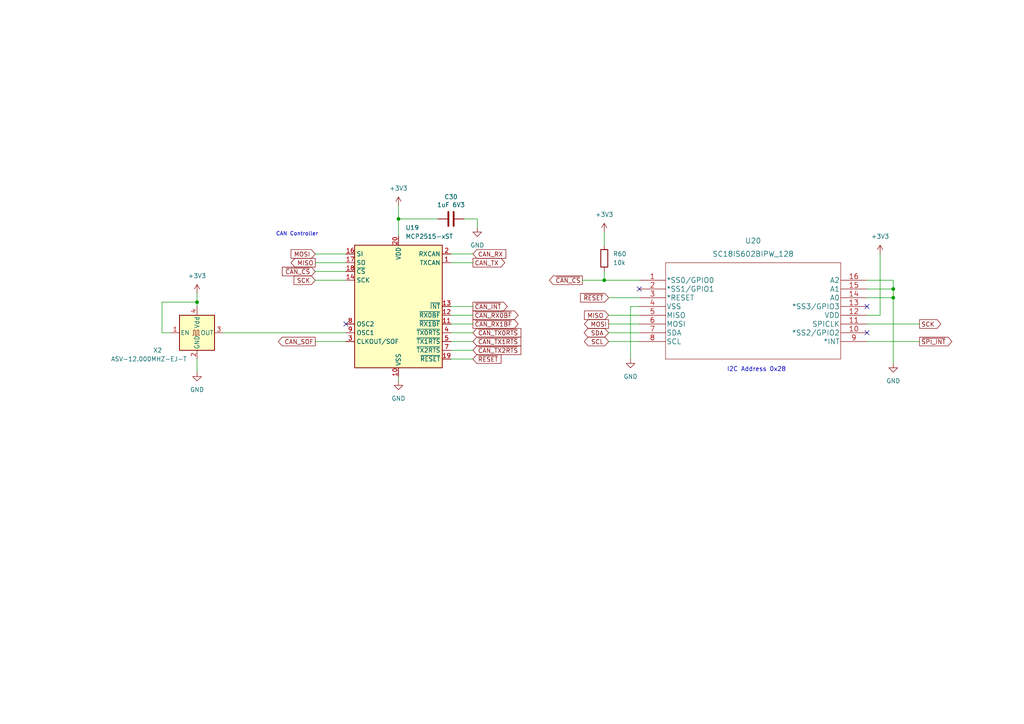
<source format=kicad_sch>
(kicad_sch (version 20211123) (generator eeschema)
  (paper "A4")
  (title_block (title "QWIIC OBDII Interface") (date "2023-01-03") (rev "1") (company "Gavin Hurlbut"))
  (lib_symbols
    (symbol "Device:C" (pin_numbers hide) (pin_names (offset 0.254))
      (property "Reference" "C" (at 0.635 2.54 0))
      (property "Value" "C" (at 0.635 -2.54 0))
      (symbol "C_0_1"
        (polyline (pts (xy -2.032 -0.762) (xy 2.032 -0.762)) (stroke (width 0.508)))
        (polyline (pts (xy -2.032 0.762) (xy 2.032 0.762)) (stroke (width 0.508)))
      )
      (symbol "C_1_1"
        (pin passive line (at 0 3.81 270) (length 2.794) (name "~") (number "1"))
        (pin passive line (at 0 -3.81 90) (length 2.794) (name "~") (number "2"))
      )
    )
    (symbol "Device:R" (pin_numbers hide) (pin_names (offset 0))
      (property "Reference" "R" (at 2.032 0 90))
      (property "Value" "R" (at 0 0 90))
      (symbol "R_0_1"
        (rectangle (start -1.016 -2.54) (end 1.016 2.54) (stroke (width 0.254)))
      )
      (symbol "R_1_1"
        (pin passive line (at 0 3.81 270) (length 1.27) (name "~") (number "1"))
        (pin passive line (at 0 -3.81 90) (length 1.27) (name "~") (number "2"))
      )
    )
    (symbol "Interface_CAN_LIN:MCP2515-xST"
      (property "Reference" "U" (at -10.16 19.685 0))
      (property "Value" "MCP2515-xST" (at 19.05 20.32 0))
      (symbol "MCP2515-xST_0_1"
        (rectangle (start -12.7 17.78) (end 12.7 -17.78) (stroke (width 0.254)) (fill (type background)))
      )
      (symbol "MCP2515-xST_1_1"
        (pin output line (at 15.24 12.7 180) (length 2.54) (name "TXCAN") (number "1"))
        (pin power_in line (at 0 -20.32 90) (length 2.54) (name "VSS") (number "10"))
        (pin output line (at 15.24 -5.08 180) (length 2.54) (name "~{RX1BF}") (number "11"))
        (pin output line (at 15.24 -2.54 180) (length 2.54) (name "~{RX0BF}") (number "12"))
        (pin output line (at 15.24 0 180) (length 2.54) (name "~{INT}") (number "13"))
        (pin input line (at -15.24 7.62 0) (length 2.54) (name "SCK") (number "14"))
        (pin no_connect line (at -12.7 -2.54 0) (length 2.54) hide (name "NC") (number "15"))
        (pin input line (at -15.24 15.24 0) (length 2.54) (name "SI") (number "16"))
        (pin output line (at -15.24 12.7 0) (length 2.54) (name "SO") (number "17"))
        (pin input line (at -15.24 10.16 0) (length 2.54) (name "~{CS}") (number "18"))
        (pin input line (at 15.24 -15.24 180) (length 2.54) (name "~{RESET}") (number "19"))
        (pin input line (at 15.24 15.24 180) (length 2.54) (name "RXCAN") (number "2"))
        (pin power_in line (at 0 20.32 270) (length 2.54) (name "VDD") (number "20"))
        (pin output line (at -15.24 -10.16 0) (length 2.54) (name "CLKOUT/SOF") (number "3"))
        (pin input line (at 15.24 -7.62 180) (length 2.54) (name "~{TX0RTS}") (number "4"))
        (pin input line (at 15.24 -10.16 180) (length 2.54) (name "~{TX1RTS}") (number "5"))
        (pin no_connect line (at -12.7 0 0) (length 2.54) hide (name "NC") (number "6"))
        (pin input line (at 15.24 -12.7 180) (length 2.54) (name "~{TX2RTS}") (number "7"))
        (pin output line (at -15.24 -5.08 0) (length 2.54) (name "OSC2") (number "8"))
        (pin input line (at -15.24 -7.62 0) (length 2.54) (name "OSC1") (number "9"))
      )
    )
    (symbol "Oscillator:ASV-xxxMHz" (pin_names (offset 0.254))
      (property "Reference" "X" (at -5.08 6.35 0))
      (property "Value" "ASV-xxxMHz" (at 1.27 -6.35 0))
      (symbol "ASV-xxxMHz_0_1"
        (rectangle (start -5.08 5.08) (end 5.08 -5.08) (stroke (width 0.254)) (fill (type background)))
        (polyline (pts (xy -1.27 -0.762) (xy -1.016 -0.762) (xy -1.016 0.762) (xy -0.508 0.762) (xy -0.508 -0.762) (xy 0 -0.762) (xy 0 0.762) (xy 0.508 0.762) (xy 0.508 -0.762) (xy 0.762 -0.762)))
      )
      (symbol "ASV-xxxMHz_1_1"
        (pin input line (at -7.62 0 0) (length 2.54) (name "EN") (number "1"))
        (pin power_in line (at 0 -7.62 90) (length 2.54) (name "GND") (number "2"))
        (pin output line (at 7.62 0 180) (length 2.54) (name "OUT") (number "3"))
        (pin power_in line (at 0 7.62 270) (length 2.54) (name "Vdd") (number "4"))
      )
    )
    (symbol "UltraLibrarian:SC18IS602BIPW_128" (pin_names (offset 0.254))
      (property "Reference" "U" (at 33.02 10.16 0))
      (property "Value" "SC18IS602BIPW_128" (at 33.02 7.62 0))
      (symbol "SC18IS602BIPW_128_1_1"
        (polyline (pts (xy 7.62 -22.86) (xy 58.42 -22.86)) (stroke (width 0.127)))
        (polyline (pts (xy 7.62 5.08) (xy 7.62 -22.86)) (stroke (width 0.127)))
        (polyline (pts (xy 58.42 -22.86) (xy 58.42 5.08)) (stroke (width 0.127)))
        (polyline (pts (xy 58.42 5.08) (xy 7.62 5.08)) (stroke (width 0.127)))
        (pin bidirectional line (at 0 0 0) (length 7.62) (name "*SS0/GPIO0") (number "1"))
        (pin bidirectional line (at 66.04 -15.24 180) (length 7.62) (name "*SS2/GPIO2") (number "10"))
        (pin output line (at 66.04 -12.7 180) (length 7.62) (name "SPICLK") (number "11"))
        (pin power_in line (at 66.04 -10.16 180) (length 7.62) (name "VDD") (number "12"))
        (pin bidirectional line (at 66.04 -7.62 180) (length 7.62) (name "*SS3/GPIO3") (number "13"))
        (pin input line (at 66.04 -5.08 180) (length 7.62) (name "A0") (number "14"))
        (pin input line (at 66.04 -2.54 180) (length 7.62) (name "A1") (number "15"))
        (pin input line (at 66.04 0 180) (length 7.62) (name "A2") (number "16"))
        (pin bidirectional line (at 0 -2.54 0) (length 7.62) (name "*SS1/GPIO1") (number "2"))
        (pin input line (at 0 -5.08 0) (length 7.62) (name "*RESET") (number "3"))
        (pin power_in line (at 0 -7.62 0) (length 7.62) (name "VSS") (number "4"))
        (pin input line (at 0 -10.16 0) (length 7.62) (name "MISO") (number "5"))
        (pin output line (at 0 -12.7 0) (length 7.62) (name "MOSI") (number "6"))
        (pin bidirectional line (at 0 -15.24 0) (length 7.62) (name "SDA") (number "7"))
        (pin input line (at 0 -17.78 0) (length 7.62) (name "SCL") (number "8"))
        (pin output line (at 66.04 -17.78 180) (length 7.62) (name "*INT") (number "9"))
      )
    )
    (symbol "power:+3V3" (power) (pin_names (offset 0))
      (property "Value" "+3V3" (at 0 3.556 0))
      (symbol "+3V3_0_1"
        (polyline (pts (xy -0.762 1.27) (xy 0 2.54)))
        (polyline (pts (xy 0 0) (xy 0 2.54)))
        (polyline (pts (xy 0 2.54) (xy 0.762 1.27)))
      )
      (symbol "+3V3_1_1"
        (pin power_in line (at 0 0 90) (length 0) hide (name "+3V3") (number "1"))
      )
    )
    (symbol "power:GND" (power) (pin_names (offset 0))
      (property "Value" "GND" (at 0 -3.81 0))
      (symbol "GND_0_1"
        (polyline (pts (xy 0 0) (xy 0 -1.27) (xy 1.27 -1.27) (xy 0 -2.54) (xy -1.27 -1.27) (xy 0 -1.27)))
      )
      (symbol "GND_1_1"
        (pin power_in line (at 0 0 270) (length 0) hide (name "GND") (number "1"))
      )
    )
  )
  (junction (at 115.57 63.5))
  (junction (at 259.08 83.82))
  (junction (at 259.08 86.36))
  (junction (at 57.15 87.63))
  (junction (at 175.26 81.28))
  (no_connect (at 251.46 96.52))
  (no_connect (at 100.33 93.98))
  (no_connect (at 185.42 83.82))
  (no_connect (at 251.46 88.9))
  (wire (pts (xy 175.26 81.28) (xy 185.42 81.28)))
  (wire (pts (xy 259.08 81.28) (xy 251.46 81.28)))
  (wire (pts (xy 255.27 73.66) (xy 255.27 91.44)))
  (wire (pts (xy 259.08 105.41) (xy 259.08 86.36)))
  (wire (pts (xy 130.81 93.98) (xy 137.16 93.98)))
  (wire (pts (xy 46.99 87.63) (xy 57.15 87.63)))
  (wire (pts (xy 57.15 87.63) (xy 57.15 85.09)))
  (wire (pts (xy 251.46 93.98) (xy 266.7 93.98)))
  (wire (pts (xy 127 63.5) (xy 115.57 63.5)))
  (wire (pts (xy 130.81 101.6) (xy 137.16 101.6)))
  (wire (pts (xy 175.26 67.31) (xy 175.26 71.12)))
  (wire (pts (xy 176.53 93.98) (xy 185.42 93.98)))
  (wire (pts (xy 91.44 81.28) (xy 100.33 81.28)))
  (wire (pts (xy 130.81 73.66) (xy 137.16 73.66)))
  (wire (pts (xy 176.53 99.06) (xy 185.42 99.06)))
  (wire (pts (xy 115.57 109.22) (xy 115.57 110.49)))
  (wire (pts (xy 251.46 83.82) (xy 259.08 83.82)))
  (wire (pts (xy 91.44 99.06) (xy 100.33 99.06)))
  (wire (pts (xy 259.08 86.36) (xy 259.08 83.82)))
  (wire (pts (xy 57.15 87.63) (xy 57.15 88.9)))
  (wire (pts (xy 130.81 76.2) (xy 137.16 76.2)))
  (wire (pts (xy 49.53 96.52) (xy 46.99 96.52)))
  (wire (pts (xy 46.99 96.52) (xy 46.99 87.63)))
  (wire (pts (xy 130.81 88.9) (xy 137.16 88.9)))
  (wire (pts (xy 130.81 91.44) (xy 137.16 91.44)))
  (wire (pts (xy 251.46 86.36) (xy 259.08 86.36)))
  (wire (pts (xy 255.27 91.44) (xy 251.46 91.44)))
  (wire (pts (xy 182.88 104.14) (xy 182.88 88.9)))
  (wire (pts (xy 176.53 96.52) (xy 185.42 96.52)))
  (wire (pts (xy 259.08 83.82) (xy 259.08 81.28)))
  (wire (pts (xy 168.91 81.28) (xy 175.26 81.28)))
  (wire (pts (xy 138.43 66.04) (xy 138.43 63.5)))
  (wire (pts (xy 57.15 104.14) (xy 57.15 107.95)))
  (wire (pts (xy 130.81 104.14) (xy 137.16 104.14)))
  (wire (pts (xy 176.53 91.44) (xy 185.42 91.44)))
  (wire (pts (xy 251.46 99.06) (xy 266.7 99.06)))
  (wire (pts (xy 176.53 86.36) (xy 185.42 86.36)))
  (wire (pts (xy 130.81 96.52) (xy 137.16 96.52)))
  (wire (pts (xy 115.57 63.5) (xy 115.57 68.58)))
  (wire (pts (xy 91.44 78.74) (xy 100.33 78.74)))
  (wire (pts (xy 91.44 73.66) (xy 100.33 73.66)))
  (wire (pts (xy 91.44 76.2) (xy 100.33 76.2)))
  (wire (pts (xy 182.88 88.9) (xy 185.42 88.9)))
  (wire (pts (xy 130.81 99.06) (xy 137.16 99.06)))
  (wire (pts (xy 175.26 78.74) (xy 175.26 81.28)))
  (wire (pts (xy 134.62 63.5) (xy 138.43 63.5)))
  (wire (pts (xy 64.77 96.52) (xy 100.33 96.52)))
  (wire (pts (xy 115.57 59.69) (xy 115.57 63.5)))
  (text "CAN Controller" (at 80.01 68.58 0) (effects (font (size 1.0922 1.0922)) (justify left bottom)))
  (text "I2C Address 0x28" (at 210.82 107.95 0) (effects (font (size 1.27 1.27)) (justify left bottom)))
  (global_label "MOSI" (shape input) (at 91.44 73.66 180) (property "Intersheet References" "${INTERSHEET_REFS}" (effects hide)))
  (global_label "~{CAN_TX0RTS}" (shape input) (at 137.16 96.52 0) (property "Intersheet References" "${INTERSHEET_REFS}" (effects hide)))
  (global_label "~{CAN_TX2RTS}" (shape input) (at 137.16 101.6 0) (property "Intersheet References" "${INTERSHEET_REFS}" (effects hide)))
  (global_label "MISO" (shape output) (at 91.44 76.2 180) (property "Intersheet References" "${INTERSHEET_REFS}" (effects hide)))
  (global_label "CAN_RX" (shape input) (at 137.16 73.66 0) (property "Intersheet References" "${INTERSHEET_REFS}" (effects hide)))
  (global_label "SCK" (shape output) (at 266.7 93.98 0) (property "Intersheet References" "${INTERSHEET_REFS}" (effects hide)))
  (global_label "~{RESET}" (shape input) (at 176.53 86.36 180) (property "Intersheet References" "${INTERSHEET_REFS}" (effects hide)))
  (global_label "~{CAN_CS}" (shape input) (at 91.44 78.74 180) (property "Intersheet References" "${INTERSHEET_REFS}" (effects hide)))
  (global_label "MISO" (shape input) (at 176.53 91.44 180) (property "Intersheet References" "${INTERSHEET_REFS}" (effects hide)))
  (global_label "~{RESET}" (shape input) (at 137.16 104.14 0) (property "Intersheet References" "${INTERSHEET_REFS}" (effects hide)))
  (global_label "~{CAN_TX1RTS}" (shape input) (at 137.16 99.06 0) (property "Intersheet References" "${INTERSHEET_REFS}" (effects hide)))
  (global_label "~{CAN_RX1BF}" (shape output) (at 137.16 93.98 0) (property "Intersheet References" "${INTERSHEET_REFS}" (effects hide)))
  (global_label "~{SPI_INT}" (shape output) (at 266.7 99.06 0) (property "Intersheet References" "${INTERSHEET_REFS}" (effects hide)))
  (global_label "SDA" (shape bidirectional) (at 176.53 96.52 180) (property "Intersheet References" "${INTERSHEET_REFS}" (effects hide)))
  (global_label "CAN_TX" (shape output) (at 137.16 76.2 0) (property "Intersheet References" "${INTERSHEET_REFS}" (effects hide)))
  (global_label "CAN_SOF" (shape output) (at 91.44 99.06 180) (property "Intersheet References" "${INTERSHEET_REFS}" (effects hide)))
  (global_label "MOSI" (shape output) (at 176.53 93.98 180) (property "Intersheet References" "${INTERSHEET_REFS}" (effects hide)))
  (global_label "SCK" (shape input) (at 91.44 81.28 180) (property "Intersheet References" "${INTERSHEET_REFS}" (effects hide)))
  (global_label "SCL" (shape bidirectional) (at 176.53 99.06 180) (property "Intersheet References" "${INTERSHEET_REFS}" (effects hide)))
  (global_label "~{CAN_RX0BF}" (shape output) (at 137.16 91.44 0) (property "Intersheet References" "${INTERSHEET_REFS}" (effects hide)))
  (global_label "~{CAN_INT}" (shape output) (at 137.16 88.9 0) (property "Intersheet References" "${INTERSHEET_REFS}" (effects hide)))
  (global_label "~{CAN_CS}" (shape output) (at 168.91 81.28 180) (property "Intersheet References" "${INTERSHEET_REFS}" (effects hide)))
  (symbol (lib_id "power:+3V3") (at 255.27 73.66 0) (unit 1)
    (property "Reference" "#PWR0120" (effects hide))
    (property "Value" "+3V3" (at 255.27 68.58 0))
  )
  (symbol (lib_id "power:+3V3") (at 175.26 67.31 0) (unit 1)
    (property "Reference" "#PWR0118" (effects hide))
    (property "Value" "+3V3" (at 175.26 62.23 0))
  )
  (symbol (lib_id "power:GND") (at 182.88 104.14 0) (unit 1)
    (property "Reference" "#PWR0119" (effects hide))
    (property "Value" "GND" (at 182.88 109.22 0))
  )
  (symbol (lib_id "power:+3V3") (at 115.57 59.69 0) (unit 1)
    (property "Reference" "#PWR0115" (effects hide))
    (property "Value" "+3V3" (at 115.57 54.61 0))
  )
  (symbol (lib_id "power:GND") (at 57.15 107.95 0) (unit 1)
    (property "Reference" "#PWR0114" (effects hide))
    (property "Value" "GND" (at 57.15 113.03 0))
  )
  (symbol (lib_id "power:+3V3") (at 57.15 85.09 0) (unit 1)
    (property "Reference" "#PWR0113" (effects hide))
    (property "Value" "+3V3" (at 57.15 80.01 0))
  )
  (symbol (lib_id "Device:R") (at 175.26 74.93 180) (unit 1)
    (property "Reference" "R60" (at 177.8 73.6599 0) (effects (justify right)))
    (property "Value" "10k" (at 177.8 76.1999 0) (effects (justify right)))
    (property "Footprint" "Resistor_SMD:R_0805_2012Metric_Pad1.20x1.40mm_HandSolder" (effects hide))
  )
  (symbol (lib_id "power:GND") (at 259.08 105.41 0) (unit 1)
    (property "Reference" "#PWR0121" (effects hide))
    (property "Value" "GND" (at 259.08 110.49 0))
  )
  (symbol (lib_id "power:GND") (at 138.43 66.04 0) (unit 1)
    (property "Reference" "#PWR0117" (effects hide))
    (property "Value" "GND" (at 138.43 71.12 0))
  )
  (symbol (lib_id "power:GND") (at 115.57 110.49 0) (unit 1)
    (property "Reference" "#PWR0116" (effects hide))
    (property "Value" "GND" (at 115.57 115.57 0))
  )
  (symbol (lib_id "Interface_CAN_LIN:MCP2515-xST") (at 115.57 88.9 0) (unit 1)
    (property "Reference" "U19" (at 117.5894 66.04 0) (effects (justify left)))
    (property "Value" "MCP2515-xST" (at 117.5894 68.58 0) (effects (justify left)))
    (property "Footprint" "Package_SO:TSSOP-20_4.4x6.5mm_P0.65mm" (effects hide))
    (property "Datasheet" "http://ww1.microchip.com/downloads/en/DeviceDoc/21801e.pdf" (effects hide))
  )
  (symbol (lib_id "UltraLibrarian:SC18IS602BIPW_128") (at 185.42 81.28 0) (unit 1)
    (property "Reference" "U20" (at 218.44 69.85 0) (effects (font (size 1.524 1.524))))
    (property "Value" "SC18IS602BIPW_128" (at 218.44 73.66 0) (effects (font (size 1.524 1.524))))
    (property "Footprint" "UltraLibrarian:SC18IS602BIPW_128" (effects hide))
  )
  (symbol (lib_id "Device:C") (at 130.81 63.5 270) (unit 1)
    (property "Reference" "C30" (at 130.81 57.0992 90))
    (property "Value" "1uF 6V3" (at 130.81 59.4106 90))
    (property "Footprint" "Capacitor_SMD:C_0805_2012Metric_Pad1.18x1.45mm_HandSolder" (effects hide))
  )
  (symbol (lib_id "Oscillator:ASV-xxxMHz") (at 57.15 96.52 0) (unit 1)
    (property "Reference" "X2" (at 45.72 101.6 0))
    (property "Value" "ASV-12.000MHZ-EJ-T" (at 43.18 104.14 0))
    (property "Footprint" "Oscillator:Oscillator_SMD_Abracon_ASV-4Pin_7.0x5.1mm" (effects hide))
    (property "Datasheet" "http://www.abracon.com/Oscillators/ASV.pdf" (effects hide))
    (property "Digikey" "535-9309-1-ND" (effects hide))
  )
)
</source>
